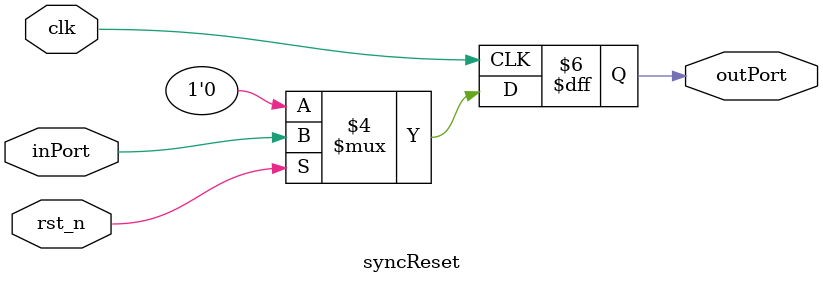
<source format=v>
module syncReset(clk, inPort, outPort, rst_n);

input clk, inPort, rst_n;
output reg outPort;

always @(posedge clk)
begin
	if (~rst_n)
		outPort <= 1'b0;
	else
		outPort <= inPort;
end

endmodule

</source>
